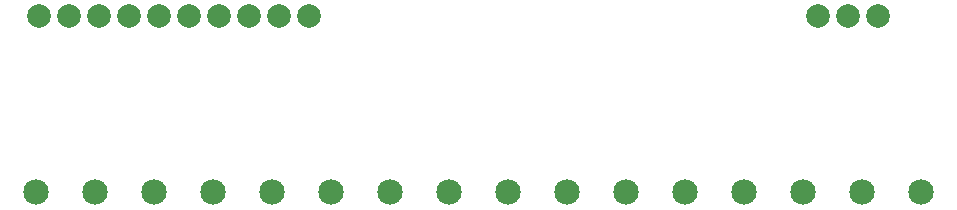
<source format=gbs>
G04*
G04 #@! TF.GenerationSoftware,Altium Limited,Altium Designer,24.4.1 (13)*
G04*
G04 Layer_Color=16711935*
%FSLAX25Y25*%
%MOIN*%
G70*
G04*
G04 #@! TF.SameCoordinates,DC8B15D0-1A9E-40AA-8D40-3FFBE4892BC6*
G04*
G04*
G04 #@! TF.FilePolarity,Negative*
G04*
G01*
G75*
%ADD12C,0.08477*%
%ADD13C,0.07887*%
D12*
X124803Y130315D02*
D03*
X144488D02*
D03*
X164173D02*
D03*
X183858D02*
D03*
X203543D02*
D03*
X223228D02*
D03*
X242913D02*
D03*
X262598D02*
D03*
X282283D02*
D03*
X301969D02*
D03*
X321654D02*
D03*
X341339D02*
D03*
X361024D02*
D03*
X380709D02*
D03*
X400394D02*
D03*
X420079D02*
D03*
D13*
X395669Y188976D02*
D03*
X405669D02*
D03*
X205984D02*
D03*
X195984D02*
D03*
X185984D02*
D03*
X175984D02*
D03*
X165984D02*
D03*
X155984D02*
D03*
X145984D02*
D03*
X135984D02*
D03*
X125984D02*
D03*
X215984D02*
D03*
X385669D02*
D03*
M02*

</source>
